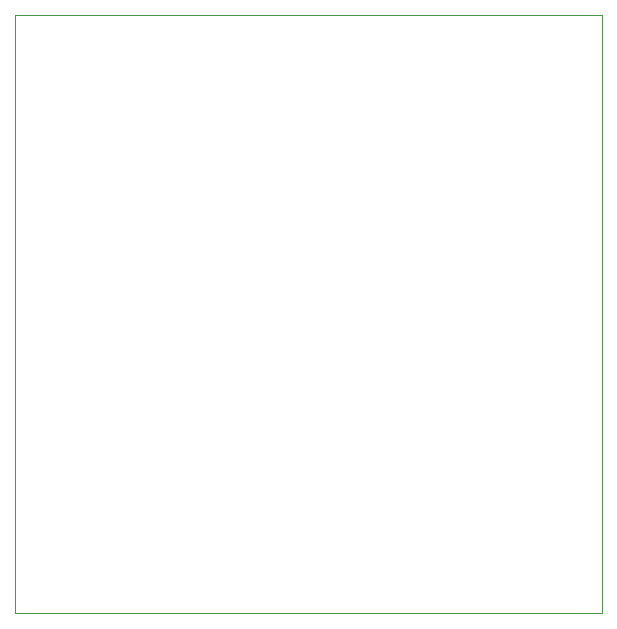
<source format=gbr>
%FSLAX34Y34*%
%MOMM*%
%LNOUTLINE*%
G71*
G01*
%ADD10C, 0.10*%
%LPD*%
G54D10*
X2381Y-2381D02*
X499269Y-2381D01*
X499269Y-508794D01*
X2381Y-508794D01*
X2381Y-2381D01*
M02*

</source>
